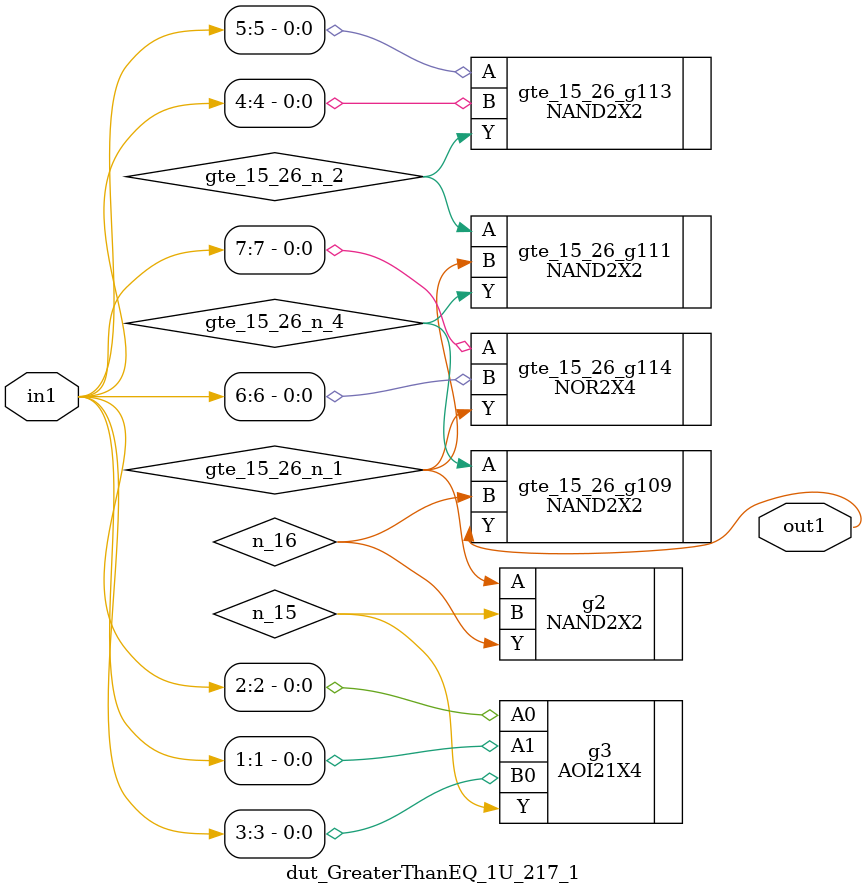
<source format=v>
`timescale 1ps / 1ps


module dut_GreaterThanEQ_1U_217_1(in1, out1);
  input [7:0] in1;
  output out1;
  wire [7:0] in1;
  wire out1;
  wire gte_15_26_n_1, gte_15_26_n_2, gte_15_26_n_4, n_15, n_16;
  NAND2X2 gte_15_26_g109(.A (gte_15_26_n_4), .B (n_16), .Y (out1));
  NAND2X2 gte_15_26_g111(.A (gte_15_26_n_2), .B (gte_15_26_n_1), .Y
       (gte_15_26_n_4));
  NAND2X2 gte_15_26_g113(.A (in1[5]), .B (in1[4]), .Y (gte_15_26_n_2));
  NOR2X4 gte_15_26_g114(.A (in1[7]), .B (in1[6]), .Y (gte_15_26_n_1));
  NAND2X2 g2(.A (gte_15_26_n_1), .B (n_15), .Y (n_16));
  AOI21X4 g3(.A0 (in1[2]), .A1 (in1[1]), .B0 (in1[3]), .Y (n_15));
endmodule



</source>
